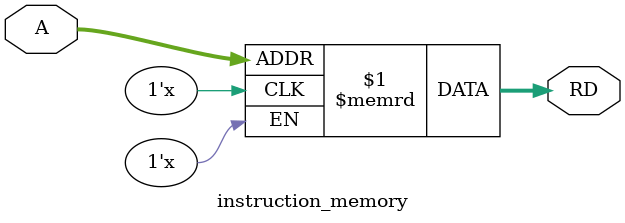
<source format=v>
`timescale 1ns / 1ps
module instruction_memory(
	input wire [31:0] A,			//address 
	output wire [31:0] RD			//output read data
    );

// instruction memory storage
	reg [31:0] ins_mem[31:0];
	
// instruction memory body 
	assign RD = ins_mem[A];

endmodule

</source>
